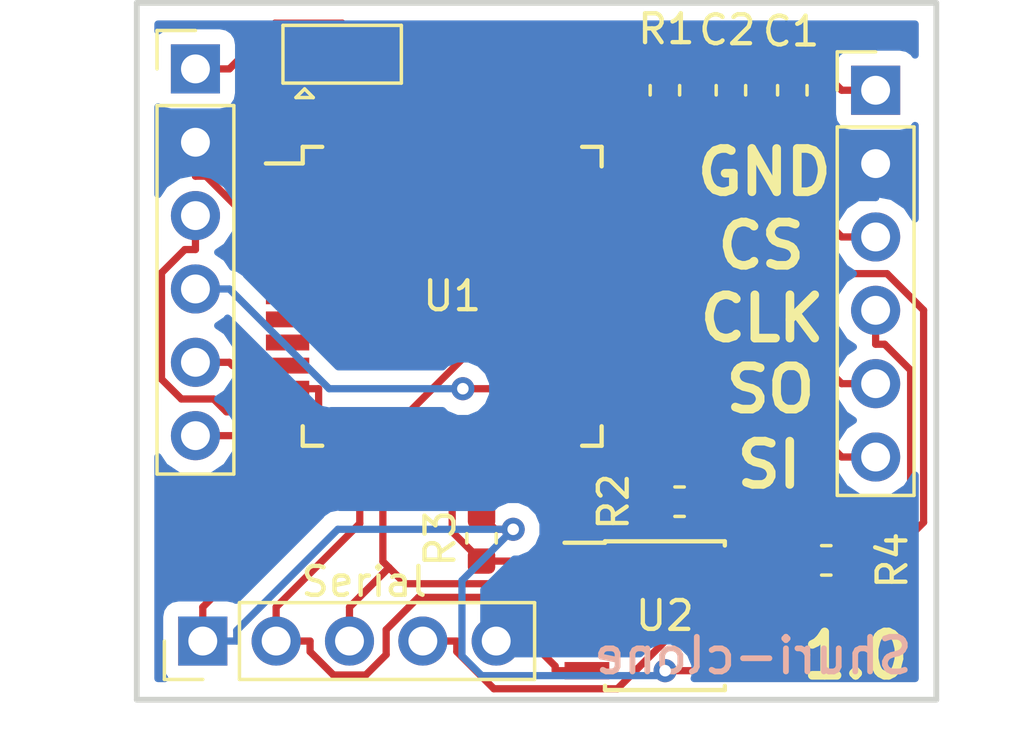
<source format=kicad_pcb>
(kicad_pcb (version 20171130) (host pcbnew "(5.0.2)-1")

  (general
    (thickness 1.6)
    (drawings 11)
    (tracks 167)
    (zones 0)
    (modules 12)
    (nets 17)
  )

  (page A4)
  (layers
    (0 F.Cu signal)
    (31 B.Cu signal)
    (32 B.Adhes user)
    (33 F.Adhes user)
    (34 B.Paste user)
    (35 F.Paste user)
    (36 B.SilkS user)
    (37 F.SilkS user)
    (38 B.Mask user)
    (39 F.Mask user)
    (40 Dwgs.User user)
    (41 Cmts.User user)
    (42 Eco1.User user)
    (43 Eco2.User user)
    (44 Edge.Cuts user)
    (45 Margin user)
    (46 B.CrtYd user)
    (47 F.CrtYd user)
    (48 B.Fab user)
    (49 F.Fab user)
  )

  (setup
    (last_trace_width 0.25)
    (trace_clearance 0.2)
    (zone_clearance 0.508)
    (zone_45_only no)
    (trace_min 0.2)
    (segment_width 0.2)
    (edge_width 0.15)
    (via_size 0.8)
    (via_drill 0.4)
    (via_min_size 0.4)
    (via_min_drill 0.3)
    (uvia_size 0.3)
    (uvia_drill 0.1)
    (uvias_allowed no)
    (uvia_min_size 0.2)
    (uvia_min_drill 0.1)
    (pcb_text_width 0.3)
    (pcb_text_size 1.5 1.5)
    (mod_edge_width 0.15)
    (mod_text_size 1 1)
    (mod_text_width 0.15)
    (pad_size 1.524 1.524)
    (pad_drill 0.762)
    (pad_to_mask_clearance 0.051)
    (solder_mask_min_width 0.25)
    (aux_axis_origin 0 0)
    (visible_elements FFFFFF7F)
    (pcbplotparams
      (layerselection 0x010fc_ffffffff)
      (usegerberextensions false)
      (usegerberattributes false)
      (usegerberadvancedattributes false)
      (creategerberjobfile false)
      (excludeedgelayer true)
      (linewidth 0.100000)
      (plotframeref false)
      (viasonmask false)
      (mode 1)
      (useauxorigin false)
      (hpglpennumber 1)
      (hpglpenspeed 20)
      (hpglpendiameter 15.000000)
      (psnegative false)
      (psa4output false)
      (plotreference true)
      (plotvalue true)
      (plotinvisibletext false)
      (padsonsilk false)
      (subtractmaskfromsilk false)
      (outputformat 1)
      (mirror false)
      (drillshape 1)
      (scaleselection 1)
      (outputdirectory ""))
  )

  (net 0 "")
  (net 1 /3.3V)
  (net 2 GND)
  (net 3 "Net-(GC1-Pad3)")
  (net 4 "Net-(GC1-Pad4)")
  (net 5 "Net-(GC1-Pad5)")
  (net 6 "Net-(GC1-Pad6)")
  (net 7 "Net-(JP1-Pad1)")
  (net 8 "Net-(Prog1-Pad6)")
  (net 9 "Net-(Prog1-Pad5)")
  (net 10 "Net-(Prog1-Pad4)")
  (net 11 "Net-(Prog1-Pad3)")
  (net 12 "Net-(R2-Pad2)")
  (net 13 "Net-(R3-Pad2)")
  (net 14 "Net-(R4-Pad2)")
  (net 15 "Net-(Serial1-Pad2)")
  (net 16 "Net-(JP1-Pad2)")

  (net_class Default "This is the default net class."
    (clearance 0.2)
    (trace_width 0.25)
    (via_dia 0.8)
    (via_drill 0.4)
    (uvia_dia 0.3)
    (uvia_drill 0.1)
    (add_net /3.3V)
    (add_net GND)
    (add_net "Net-(GC1-Pad3)")
    (add_net "Net-(GC1-Pad4)")
    (add_net "Net-(GC1-Pad5)")
    (add_net "Net-(GC1-Pad6)")
    (add_net "Net-(JP1-Pad1)")
    (add_net "Net-(JP1-Pad2)")
    (add_net "Net-(Prog1-Pad3)")
    (add_net "Net-(Prog1-Pad4)")
    (add_net "Net-(Prog1-Pad5)")
    (add_net "Net-(Prog1-Pad6)")
    (add_net "Net-(R2-Pad2)")
    (add_net "Net-(R3-Pad2)")
    (add_net "Net-(R4-Pad2)")
    (add_net "Net-(Serial1-Pad2)")
  )

  (module Capacitor_SMD:C_0603_1608Metric (layer F.Cu) (tedit 5B301BBE) (tstamp 5CE773D6)
    (at 164.686 94.9731 270)
    (descr "Capacitor SMD 0603 (1608 Metric), square (rectangular) end terminal, IPC_7351 nominal, (Body size source: http://www.tortai-tech.com/upload/download/2011102023233369053.pdf), generated with kicad-footprint-generator")
    (tags capacitor)
    (path /5CDB1328)
    (attr smd)
    (fp_text reference C1 (at -2.03962 0.04318) (layer F.SilkS)
      (effects (font (size 1 1) (thickness 0.15)))
    )
    (fp_text value 0.1uF (at 0 1.43 270) (layer F.Fab)
      (effects (font (size 1 1) (thickness 0.15)))
    )
    (fp_line (start -0.8 0.4) (end -0.8 -0.4) (layer F.Fab) (width 0.1))
    (fp_line (start -0.8 -0.4) (end 0.8 -0.4) (layer F.Fab) (width 0.1))
    (fp_line (start 0.8 -0.4) (end 0.8 0.4) (layer F.Fab) (width 0.1))
    (fp_line (start 0.8 0.4) (end -0.8 0.4) (layer F.Fab) (width 0.1))
    (fp_line (start -0.162779 -0.51) (end 0.162779 -0.51) (layer F.SilkS) (width 0.12))
    (fp_line (start -0.162779 0.51) (end 0.162779 0.51) (layer F.SilkS) (width 0.12))
    (fp_line (start -1.48 0.73) (end -1.48 -0.73) (layer F.CrtYd) (width 0.05))
    (fp_line (start -1.48 -0.73) (end 1.48 -0.73) (layer F.CrtYd) (width 0.05))
    (fp_line (start 1.48 -0.73) (end 1.48 0.73) (layer F.CrtYd) (width 0.05))
    (fp_line (start 1.48 0.73) (end -1.48 0.73) (layer F.CrtYd) (width 0.05))
    (fp_text user %R (at -0.00762 0.01016 270) (layer F.Fab)
      (effects (font (size 0.4 0.4) (thickness 0.06)))
    )
    (pad 1 smd roundrect (at -0.7875 0 270) (size 0.875 0.95) (layers F.Cu F.Paste F.Mask) (roundrect_rratio 0.25)
      (net 1 /3.3V))
    (pad 2 smd roundrect (at 0.7875 0 270) (size 0.875 0.95) (layers F.Cu F.Paste F.Mask) (roundrect_rratio 0.25)
      (net 2 GND))
    (model ${KISYS3DMOD}/Capacitor_SMD.3dshapes/C_0603_1608Metric.wrl
      (at (xyz 0 0 0))
      (scale (xyz 1 1 1))
      (rotate (xyz 0 0 0))
    )
  )

  (module Capacitor_SMD:C_0603_1608Metric (layer F.Cu) (tedit 5B301BBE) (tstamp 5CE773E7)
    (at 162.56 94.9731 270)
    (descr "Capacitor SMD 0603 (1608 Metric), square (rectangular) end terminal, IPC_7351 nominal, (Body size source: http://www.tortai-tech.com/upload/download/2011102023233369053.pdf), generated with kicad-footprint-generator")
    (tags capacitor)
    (path /5CDB1417)
    (attr smd)
    (fp_text reference C2 (at -2.08534 0.12446) (layer F.SilkS)
      (effects (font (size 1 1) (thickness 0.15)))
    )
    (fp_text value 1uF (at 0 1.43 270) (layer F.Fab)
      (effects (font (size 1 1) (thickness 0.15)))
    )
    (fp_text user %R (at 0 0 270) (layer F.Fab)
      (effects (font (size 0.4 0.4) (thickness 0.06)))
    )
    (fp_line (start 1.48 0.73) (end -1.48 0.73) (layer F.CrtYd) (width 0.05))
    (fp_line (start 1.48 -0.73) (end 1.48 0.73) (layer F.CrtYd) (width 0.05))
    (fp_line (start -1.48 -0.73) (end 1.48 -0.73) (layer F.CrtYd) (width 0.05))
    (fp_line (start -1.48 0.73) (end -1.48 -0.73) (layer F.CrtYd) (width 0.05))
    (fp_line (start -0.162779 0.51) (end 0.162779 0.51) (layer F.SilkS) (width 0.12))
    (fp_line (start -0.162779 -0.51) (end 0.162779 -0.51) (layer F.SilkS) (width 0.12))
    (fp_line (start 0.8 0.4) (end -0.8 0.4) (layer F.Fab) (width 0.1))
    (fp_line (start 0.8 -0.4) (end 0.8 0.4) (layer F.Fab) (width 0.1))
    (fp_line (start -0.8 -0.4) (end 0.8 -0.4) (layer F.Fab) (width 0.1))
    (fp_line (start -0.8 0.4) (end -0.8 -0.4) (layer F.Fab) (width 0.1))
    (pad 2 smd roundrect (at 0.7875 0 270) (size 0.875 0.95) (layers F.Cu F.Paste F.Mask) (roundrect_rratio 0.25)
      (net 2 GND))
    (pad 1 smd roundrect (at -0.7875 0 270) (size 0.875 0.95) (layers F.Cu F.Paste F.Mask) (roundrect_rratio 0.25)
      (net 1 /3.3V))
    (model ${KISYS3DMOD}/Capacitor_SMD.3dshapes/C_0603_1608Metric.wrl
      (at (xyz 0 0 0))
      (scale (xyz 1 1 1))
      (rotate (xyz 0 0 0))
    )
  )

  (module Connector_PinHeader_2.54mm:PinHeader_1x06_P2.54mm_Vertical (layer F.Cu) (tedit 5CDAE4DB) (tstamp 5CE77401)
    (at 167.571 94.9731)
    (descr "Through hole straight pin header, 1x06, 2.54mm pitch, single row")
    (tags "Through hole pin header THT 1x06 2.54mm single row")
    (path /5CDAF629)
    (fp_text reference GC1 (at 0 -2.2479 180) (layer F.SilkS) hide
      (effects (font (size 1 1) (thickness 0.15)))
    )
    (fp_text value "6 Pin Header" (at 0 15.03) (layer F.Fab)
      (effects (font (size 1 1) (thickness 0.15)))
    )
    (fp_line (start -0.635 -1.27) (end 1.27 -1.27) (layer F.Fab) (width 0.1))
    (fp_line (start 1.27 -1.27) (end 1.27 13.97) (layer F.Fab) (width 0.1))
    (fp_line (start 1.27 13.97) (end -1.27 13.97) (layer F.Fab) (width 0.1))
    (fp_line (start -1.27 13.97) (end -1.27 -0.635) (layer F.Fab) (width 0.1))
    (fp_line (start -1.27 -0.635) (end -0.635 -1.27) (layer F.Fab) (width 0.1))
    (fp_line (start -1.33 14.03) (end 1.33 14.03) (layer F.SilkS) (width 0.12))
    (fp_line (start -1.33 1.27) (end -1.33 14.03) (layer F.SilkS) (width 0.12))
    (fp_line (start 1.33 1.27) (end 1.33 14.03) (layer F.SilkS) (width 0.12))
    (fp_line (start -1.33 1.27) (end 1.33 1.27) (layer F.SilkS) (width 0.12))
    (fp_line (start -1.33 0) (end -1.33 -1.33) (layer F.SilkS) (width 0.12))
    (fp_line (start -1.33 -1.33) (end 0 -1.33) (layer F.SilkS) (width 0.12))
    (fp_line (start -1.8 -1.8) (end -1.8 14.5) (layer F.CrtYd) (width 0.05))
    (fp_line (start -1.8 14.5) (end 1.8 14.5) (layer F.CrtYd) (width 0.05))
    (fp_line (start 1.8 14.5) (end 1.8 -1.8) (layer F.CrtYd) (width 0.05))
    (fp_line (start 1.8 -1.8) (end -1.8 -1.8) (layer F.CrtYd) (width 0.05))
    (fp_text user %R (at 0 6.35 90) (layer F.Fab)
      (effects (font (size 1 1) (thickness 0.15)))
    )
    (pad 1 thru_hole rect (at 0 0) (size 1.7 1.7) (drill 1) (layers *.Cu *.Mask)
      (net 1 /3.3V))
    (pad 2 thru_hole oval (at 0 2.54) (size 1.7 1.7) (drill 1) (layers *.Cu *.Mask)
      (net 2 GND))
    (pad 3 thru_hole oval (at 0 5.08) (size 1.7 1.7) (drill 1) (layers *.Cu *.Mask)
      (net 3 "Net-(GC1-Pad3)"))
    (pad 4 thru_hole oval (at 0 7.62) (size 1.7 1.7) (drill 1) (layers *.Cu *.Mask)
      (net 4 "Net-(GC1-Pad4)"))
    (pad 5 thru_hole oval (at 0 10.16) (size 1.7 1.7) (drill 1) (layers *.Cu *.Mask)
      (net 5 "Net-(GC1-Pad5)"))
    (pad 6 thru_hole oval (at 0 12.7) (size 1.7 1.7) (drill 1) (layers *.Cu *.Mask)
      (net 6 "Net-(GC1-Pad6)"))
    (model ${KISYS3DMOD}/Connector_PinHeader_2.54mm.3dshapes/PinHeader_1x06_P2.54mm_Vertical.wrl
      (at (xyz 0 0 0))
      (scale (xyz 1 1 1))
      (rotate (xyz 0 0 0))
    )
  )

  (module Connector_PinHeader_2.54mm:PinHeader_1x06_P2.54mm_Vertical (layer F.Cu) (tedit 5CDAE4D6) (tstamp 5CE7742D)
    (at 144.018 94.234)
    (descr "Through hole straight pin header, 1x06, 2.54mm pitch, single row")
    (tags "Through hole pin header THT 1x06 2.54mm single row")
    (path /5CDAF74D)
    (fp_text reference Prog1 (at 0 -2.33) (layer F.SilkS) hide
      (effects (font (size 1 1) (thickness 0.15)))
    )
    (fp_text value Conn_01x06_Male (at 0 15.03) (layer F.Fab)
      (effects (font (size 1 1) (thickness 0.15)))
    )
    (fp_text user %R (at 0 6.35 90) (layer F.Fab)
      (effects (font (size 1 1) (thickness 0.15)))
    )
    (fp_line (start 1.8 -1.8) (end -1.8 -1.8) (layer F.CrtYd) (width 0.05))
    (fp_line (start 1.8 14.5) (end 1.8 -1.8) (layer F.CrtYd) (width 0.05))
    (fp_line (start -1.8 14.5) (end 1.8 14.5) (layer F.CrtYd) (width 0.05))
    (fp_line (start -1.8 -1.8) (end -1.8 14.5) (layer F.CrtYd) (width 0.05))
    (fp_line (start -1.33 -1.33) (end 0 -1.33) (layer F.SilkS) (width 0.12))
    (fp_line (start -1.33 0) (end -1.33 -1.33) (layer F.SilkS) (width 0.12))
    (fp_line (start -1.33 1.27) (end 1.33 1.27) (layer F.SilkS) (width 0.12))
    (fp_line (start 1.33 1.27) (end 1.33 14.03) (layer F.SilkS) (width 0.12))
    (fp_line (start -1.33 1.27) (end -1.33 14.03) (layer F.SilkS) (width 0.12))
    (fp_line (start -1.33 14.03) (end 1.33 14.03) (layer F.SilkS) (width 0.12))
    (fp_line (start -1.27 -0.635) (end -0.635 -1.27) (layer F.Fab) (width 0.1))
    (fp_line (start -1.27 13.97) (end -1.27 -0.635) (layer F.Fab) (width 0.1))
    (fp_line (start 1.27 13.97) (end -1.27 13.97) (layer F.Fab) (width 0.1))
    (fp_line (start 1.27 -1.27) (end 1.27 13.97) (layer F.Fab) (width 0.1))
    (fp_line (start -0.635 -1.27) (end 1.27 -1.27) (layer F.Fab) (width 0.1))
    (pad 6 thru_hole oval (at 0 12.7) (size 1.7 1.7) (drill 1) (layers *.Cu *.Mask)
      (net 8 "Net-(Prog1-Pad6)"))
    (pad 5 thru_hole oval (at 0 10.16) (size 1.7 1.7) (drill 1) (layers *.Cu *.Mask)
      (net 9 "Net-(Prog1-Pad5)"))
    (pad 4 thru_hole oval (at 0 7.62) (size 1.7 1.7) (drill 1) (layers *.Cu *.Mask)
      (net 10 "Net-(Prog1-Pad4)"))
    (pad 3 thru_hole oval (at 0 5.08) (size 1.7 1.7) (drill 1) (layers *.Cu *.Mask)
      (net 11 "Net-(Prog1-Pad3)"))
    (pad 2 thru_hole oval (at 0 2.54) (size 1.7 1.7) (drill 1) (layers *.Cu *.Mask)
      (net 2 GND))
    (pad 1 thru_hole rect (at 0 0) (size 1.7 1.7) (drill 1) (layers *.Cu *.Mask)
      (net 16 "Net-(JP1-Pad2)"))
    (model ${KISYS3DMOD}/Connector_PinHeader_2.54mm.3dshapes/PinHeader_1x06_P2.54mm_Vertical.wrl
      (at (xyz 0 0 0))
      (scale (xyz 1 1 1))
      (rotate (xyz 0 0 0))
    )
  )

  (module Resistor_SMD:R_0603_1608Metric (layer F.Cu) (tedit 5B301BBD) (tstamp 5CE7743E)
    (at 160.274 94.9731 270)
    (descr "Resistor SMD 0603 (1608 Metric), square (rectangular) end terminal, IPC_7351 nominal, (Body size source: http://www.tortai-tech.com/upload/download/2011102023233369053.pdf), generated with kicad-footprint-generator")
    (tags resistor)
    (path /5CDB1267)
    (attr smd)
    (fp_text reference R1 (at -2.1209 -0.0508) (layer F.SilkS)
      (effects (font (size 1 1) (thickness 0.15)))
    )
    (fp_text value 10K (at 0 1.43 270) (layer F.Fab)
      (effects (font (size 1 1) (thickness 0.15)))
    )
    (fp_line (start -0.8 0.4) (end -0.8 -0.4) (layer F.Fab) (width 0.1))
    (fp_line (start -0.8 -0.4) (end 0.8 -0.4) (layer F.Fab) (width 0.1))
    (fp_line (start 0.8 -0.4) (end 0.8 0.4) (layer F.Fab) (width 0.1))
    (fp_line (start 0.8 0.4) (end -0.8 0.4) (layer F.Fab) (width 0.1))
    (fp_line (start -0.162779 -0.51) (end 0.162779 -0.51) (layer F.SilkS) (width 0.12))
    (fp_line (start -0.162779 0.51) (end 0.162779 0.51) (layer F.SilkS) (width 0.12))
    (fp_line (start -1.48 0.73) (end -1.48 -0.73) (layer F.CrtYd) (width 0.05))
    (fp_line (start -1.48 -0.73) (end 1.48 -0.73) (layer F.CrtYd) (width 0.05))
    (fp_line (start 1.48 -0.73) (end 1.48 0.73) (layer F.CrtYd) (width 0.05))
    (fp_line (start 1.48 0.73) (end -1.48 0.73) (layer F.CrtYd) (width 0.05))
    (fp_text user %R (at 0 0 270) (layer F.Fab)
      (effects (font (size 0.4 0.4) (thickness 0.06)))
    )
    (pad 1 smd roundrect (at -0.7875 0 270) (size 0.875 0.95) (layers F.Cu F.Paste F.Mask) (roundrect_rratio 0.25)
      (net 1 /3.3V))
    (pad 2 smd roundrect (at 0.7875 0 270) (size 0.875 0.95) (layers F.Cu F.Paste F.Mask) (roundrect_rratio 0.25)
      (net 3 "Net-(GC1-Pad3)"))
    (model ${KISYS3DMOD}/Resistor_SMD.3dshapes/R_0603_1608Metric.wrl
      (at (xyz 0 0 0))
      (scale (xyz 1 1 1))
      (rotate (xyz 0 0 0))
    )
  )

  (module Resistor_SMD:R_0603_1608Metric (layer F.Cu) (tedit 5B301BBD) (tstamp 5CE7744F)
    (at 160.782 109.22 180)
    (descr "Resistor SMD 0603 (1608 Metric), square (rectangular) end terminal, IPC_7351 nominal, (Body size source: http://www.tortai-tech.com/upload/download/2011102023233369053.pdf), generated with kicad-footprint-generator")
    (tags resistor)
    (path /5CDB2B57)
    (attr smd)
    (fp_text reference R2 (at 2.286 0 270) (layer F.SilkS)
      (effects (font (size 1 1) (thickness 0.15)))
    )
    (fp_text value 10K (at 0 1.43 180) (layer F.Fab)
      (effects (font (size 1 1) (thickness 0.15)))
    )
    (fp_text user %R (at 0 0 180) (layer F.Fab)
      (effects (font (size 0.4 0.4) (thickness 0.06)))
    )
    (fp_line (start 1.48 0.73) (end -1.48 0.73) (layer F.CrtYd) (width 0.05))
    (fp_line (start 1.48 -0.73) (end 1.48 0.73) (layer F.CrtYd) (width 0.05))
    (fp_line (start -1.48 -0.73) (end 1.48 -0.73) (layer F.CrtYd) (width 0.05))
    (fp_line (start -1.48 0.73) (end -1.48 -0.73) (layer F.CrtYd) (width 0.05))
    (fp_line (start -0.162779 0.51) (end 0.162779 0.51) (layer F.SilkS) (width 0.12))
    (fp_line (start -0.162779 -0.51) (end 0.162779 -0.51) (layer F.SilkS) (width 0.12))
    (fp_line (start 0.8 0.4) (end -0.8 0.4) (layer F.Fab) (width 0.1))
    (fp_line (start 0.8 -0.4) (end 0.8 0.4) (layer F.Fab) (width 0.1))
    (fp_line (start -0.8 -0.4) (end 0.8 -0.4) (layer F.Fab) (width 0.1))
    (fp_line (start -0.8 0.4) (end -0.8 -0.4) (layer F.Fab) (width 0.1))
    (pad 2 smd roundrect (at 0.7875 0 180) (size 0.875 0.95) (layers F.Cu F.Paste F.Mask) (roundrect_rratio 0.25)
      (net 12 "Net-(R2-Pad2)"))
    (pad 1 smd roundrect (at -0.7875 0 180) (size 0.875 0.95) (layers F.Cu F.Paste F.Mask) (roundrect_rratio 0.25)
      (net 1 /3.3V))
    (model ${KISYS3DMOD}/Resistor_SMD.3dshapes/R_0603_1608Metric.wrl
      (at (xyz 0 0 0))
      (scale (xyz 1 1 1))
      (rotate (xyz 0 0 0))
    )
  )

  (module Resistor_SMD:R_0603_1608Metric (layer F.Cu) (tedit 5B301BBD) (tstamp 5CE77460)
    (at 153.924 110.49 90)
    (descr "Resistor SMD 0603 (1608 Metric), square (rectangular) end terminal, IPC_7351 nominal, (Body size source: http://www.tortai-tech.com/upload/download/2011102023233369053.pdf), generated with kicad-footprint-generator")
    (tags resistor)
    (path /5CDBC1ED)
    (attr smd)
    (fp_text reference R3 (at 0 -1.43 90) (layer F.SilkS)
      (effects (font (size 1 1) (thickness 0.15)))
    )
    (fp_text value 10K (at 0 1.43 90) (layer F.Fab)
      (effects (font (size 1 1) (thickness 0.15)))
    )
    (fp_line (start -0.8 0.4) (end -0.8 -0.4) (layer F.Fab) (width 0.1))
    (fp_line (start -0.8 -0.4) (end 0.8 -0.4) (layer F.Fab) (width 0.1))
    (fp_line (start 0.8 -0.4) (end 0.8 0.4) (layer F.Fab) (width 0.1))
    (fp_line (start 0.8 0.4) (end -0.8 0.4) (layer F.Fab) (width 0.1))
    (fp_line (start -0.162779 -0.51) (end 0.162779 -0.51) (layer F.SilkS) (width 0.12))
    (fp_line (start -0.162779 0.51) (end 0.162779 0.51) (layer F.SilkS) (width 0.12))
    (fp_line (start -1.48 0.73) (end -1.48 -0.73) (layer F.CrtYd) (width 0.05))
    (fp_line (start -1.48 -0.73) (end 1.48 -0.73) (layer F.CrtYd) (width 0.05))
    (fp_line (start 1.48 -0.73) (end 1.48 0.73) (layer F.CrtYd) (width 0.05))
    (fp_line (start 1.48 0.73) (end -1.48 0.73) (layer F.CrtYd) (width 0.05))
    (fp_text user %R (at 0 0 90) (layer F.Fab)
      (effects (font (size 0.4 0.4) (thickness 0.06)))
    )
    (pad 1 smd roundrect (at -0.7875 0 90) (size 0.875 0.95) (layers F.Cu F.Paste F.Mask) (roundrect_rratio 0.25)
      (net 2 GND))
    (pad 2 smd roundrect (at 0.7875 0 90) (size 0.875 0.95) (layers F.Cu F.Paste F.Mask) (roundrect_rratio 0.25)
      (net 13 "Net-(R3-Pad2)"))
    (model ${KISYS3DMOD}/Resistor_SMD.3dshapes/R_0603_1608Metric.wrl
      (at (xyz 0 0 0))
      (scale (xyz 1 1 1))
      (rotate (xyz 0 0 0))
    )
  )

  (module Resistor_SMD:R_0603_1608Metric (layer F.Cu) (tedit 5B301BBD) (tstamp 5CE77471)
    (at 165.862 111.252 180)
    (descr "Resistor SMD 0603 (1608 Metric), square (rectangular) end terminal, IPC_7351 nominal, (Body size source: http://www.tortai-tech.com/upload/download/2011102023233369053.pdf), generated with kicad-footprint-generator")
    (tags resistor)
    (path /5CDCFB8C)
    (attr smd)
    (fp_text reference R4 (at -2.286 0 90) (layer F.SilkS)
      (effects (font (size 1 1) (thickness 0.15)))
    )
    (fp_text value 470 (at 0 1.43 180) (layer F.Fab)
      (effects (font (size 1 1) (thickness 0.15)))
    )
    (fp_text user %R (at 0 0 180) (layer F.Fab)
      (effects (font (size 0.4 0.4) (thickness 0.06)))
    )
    (fp_line (start 1.48 0.73) (end -1.48 0.73) (layer F.CrtYd) (width 0.05))
    (fp_line (start 1.48 -0.73) (end 1.48 0.73) (layer F.CrtYd) (width 0.05))
    (fp_line (start -1.48 -0.73) (end 1.48 -0.73) (layer F.CrtYd) (width 0.05))
    (fp_line (start -1.48 0.73) (end -1.48 -0.73) (layer F.CrtYd) (width 0.05))
    (fp_line (start -0.162779 0.51) (end 0.162779 0.51) (layer F.SilkS) (width 0.12))
    (fp_line (start -0.162779 -0.51) (end 0.162779 -0.51) (layer F.SilkS) (width 0.12))
    (fp_line (start 0.8 0.4) (end -0.8 0.4) (layer F.Fab) (width 0.1))
    (fp_line (start 0.8 -0.4) (end 0.8 0.4) (layer F.Fab) (width 0.1))
    (fp_line (start -0.8 -0.4) (end 0.8 -0.4) (layer F.Fab) (width 0.1))
    (fp_line (start -0.8 0.4) (end -0.8 -0.4) (layer F.Fab) (width 0.1))
    (pad 2 smd roundrect (at 0.7875 0 180) (size 0.875 0.95) (layers F.Cu F.Paste F.Mask) (roundrect_rratio 0.25)
      (net 14 "Net-(R4-Pad2)"))
    (pad 1 smd roundrect (at -0.7875 0 180) (size 0.875 0.95) (layers F.Cu F.Paste F.Mask) (roundrect_rratio 0.25)
      (net 4 "Net-(GC1-Pad4)"))
    (model ${KISYS3DMOD}/Resistor_SMD.3dshapes/R_0603_1608Metric.wrl
      (at (xyz 0 0 0))
      (scale (xyz 1 1 1))
      (rotate (xyz 0 0 0))
    )
  )

  (module Connector_PinHeader_2.54mm:PinHeader_1x05_P2.54mm_Vertical (layer F.Cu) (tedit 5CDAE5C7) (tstamp 5CE7748A)
    (at 144.272 114.046 90)
    (descr "Through hole straight pin header, 1x05, 2.54mm pitch, single row")
    (tags "Through hole pin header THT 1x05 2.54mm single row")
    (path /5CDAF86D)
    (fp_text reference Serial (at 2.0574 5.58546 180) (layer F.SilkS)
      (effects (font (size 1 1) (thickness 0.15)))
    )
    (fp_text value Conn_01x06_Male (at 0 12.49 90) (layer F.Fab) hide
      (effects (font (size 1 1) (thickness 0.15)))
    )
    (fp_line (start -0.635 -1.27) (end 1.27 -1.27) (layer F.Fab) (width 0.1))
    (fp_line (start 1.27 -1.27) (end 1.27 11.43) (layer F.Fab) (width 0.1))
    (fp_line (start 1.27 11.43) (end -1.27 11.43) (layer F.Fab) (width 0.1))
    (fp_line (start -1.27 11.43) (end -1.27 -0.635) (layer F.Fab) (width 0.1))
    (fp_line (start -1.27 -0.635) (end -0.635 -1.27) (layer F.Fab) (width 0.1))
    (fp_line (start -1.33 11.49) (end 1.33 11.49) (layer F.SilkS) (width 0.12))
    (fp_line (start -1.33 1.27) (end -1.33 11.49) (layer F.SilkS) (width 0.12))
    (fp_line (start 1.33 1.27) (end 1.33 11.49) (layer F.SilkS) (width 0.12))
    (fp_line (start -1.33 1.27) (end 1.33 1.27) (layer F.SilkS) (width 0.12))
    (fp_line (start -1.33 0) (end -1.33 -1.33) (layer F.SilkS) (width 0.12))
    (fp_line (start -1.33 -1.33) (end 0 -1.33) (layer F.SilkS) (width 0.12))
    (fp_line (start -1.8 -1.8) (end -1.8 11.95) (layer F.CrtYd) (width 0.05))
    (fp_line (start -1.8 11.95) (end 1.8 11.95) (layer F.CrtYd) (width 0.05))
    (fp_line (start 1.8 11.95) (end 1.8 -1.8) (layer F.CrtYd) (width 0.05))
    (fp_line (start 1.8 -1.8) (end -1.8 -1.8) (layer F.CrtYd) (width 0.05))
    (fp_text user %R (at 0 5.08 180) (layer F.Fab)
      (effects (font (size 1 1) (thickness 0.15)))
    )
    (pad 1 thru_hole rect (at 0 0 90) (size 1.7 1.7) (drill 1) (layers *.Cu *.Mask)
      (net 13 "Net-(R3-Pad2)"))
    (pad 2 thru_hole oval (at 0 2.54 90) (size 1.7 1.7) (drill 1) (layers *.Cu *.Mask)
      (net 15 "Net-(Serial1-Pad2)"))
    (pad 3 thru_hole oval (at 0 5.08 90) (size 1.7 1.7) (drill 1) (layers *.Cu *.Mask)
      (net 12 "Net-(R2-Pad2)"))
    (pad 4 thru_hole oval (at 0 7.62 90) (size 1.7 1.7) (drill 1) (layers *.Cu *.Mask)
      (net 14 "Net-(R4-Pad2)"))
    (pad 5 thru_hole oval (at 0 10.16 90) (size 1.7 1.7) (drill 1) (layers *.Cu *.Mask)
      (net 2 GND))
    (model ${KISYS3DMOD}/Connector_PinHeader_2.54mm.3dshapes/PinHeader_1x05_P2.54mm_Vertical.wrl
      (at (xyz 0 0 0))
      (scale (xyz 1 1 1))
      (rotate (xyz 0 0 0))
    )
  )

  (module Package_QFP:TQFP-44_10x10mm_P0.8mm (layer F.Cu) (tedit 5A02F146) (tstamp 5CE774CD)
    (at 152.908 102.108)
    (descr "44-Lead Plastic Thin Quad Flatpack (PT) - 10x10x1.0 mm Body [TQFP] (see Microchip Packaging Specification 00000049BS.pdf)")
    (tags "QFP 0.8")
    (path /5CDAEC14)
    (attr smd)
    (fp_text reference U1 (at 0 -0.009241) (layer F.SilkS)
      (effects (font (size 1 1) (thickness 0.15)))
    )
    (fp_text value XC9572XL-10VQG44C (at 0 7.45) (layer F.Fab)
      (effects (font (size 1 1) (thickness 0.15)))
    )
    (fp_text user %R (at 0 0) (layer F.Fab)
      (effects (font (size 1 1) (thickness 0.15)))
    )
    (fp_line (start -4 -5) (end 5 -5) (layer F.Fab) (width 0.15))
    (fp_line (start 5 -5) (end 5 5) (layer F.Fab) (width 0.15))
    (fp_line (start 5 5) (end -5 5) (layer F.Fab) (width 0.15))
    (fp_line (start -5 5) (end -5 -4) (layer F.Fab) (width 0.15))
    (fp_line (start -5 -4) (end -4 -5) (layer F.Fab) (width 0.15))
    (fp_line (start -6.7 -6.7) (end -6.7 6.7) (layer F.CrtYd) (width 0.05))
    (fp_line (start 6.7 -6.7) (end 6.7 6.7) (layer F.CrtYd) (width 0.05))
    (fp_line (start -6.7 -6.7) (end 6.7 -6.7) (layer F.CrtYd) (width 0.05))
    (fp_line (start -6.7 6.7) (end 6.7 6.7) (layer F.CrtYd) (width 0.05))
    (fp_line (start -5.175 -5.175) (end -5.175 -4.6) (layer F.SilkS) (width 0.15))
    (fp_line (start 5.175 -5.175) (end 5.175 -4.5) (layer F.SilkS) (width 0.15))
    (fp_line (start 5.175 5.175) (end 5.175 4.5) (layer F.SilkS) (width 0.15))
    (fp_line (start -5.175 5.175) (end -5.175 4.5) (layer F.SilkS) (width 0.15))
    (fp_line (start -5.175 -5.175) (end -4.5 -5.175) (layer F.SilkS) (width 0.15))
    (fp_line (start -5.175 5.175) (end -4.5 5.175) (layer F.SilkS) (width 0.15))
    (fp_line (start 5.175 5.175) (end 4.5 5.175) (layer F.SilkS) (width 0.15))
    (fp_line (start 5.175 -5.175) (end 4.5 -5.175) (layer F.SilkS) (width 0.15))
    (fp_line (start -5.175 -4.6) (end -6.45 -4.6) (layer F.SilkS) (width 0.15))
    (pad 1 smd rect (at -5.7 -4) (size 1.5 0.55) (layers F.Cu F.Paste F.Mask))
    (pad 2 smd rect (at -5.7 -3.2) (size 1.5 0.55) (layers F.Cu F.Paste F.Mask)
      (net 7 "Net-(JP1-Pad1)"))
    (pad 3 smd rect (at -5.7 -2.4) (size 1.5 0.55) (layers F.Cu F.Paste F.Mask))
    (pad 4 smd rect (at -5.7 -1.6) (size 1.5 0.55) (layers F.Cu F.Paste F.Mask)
      (net 2 GND))
    (pad 5 smd rect (at -5.7 -0.8) (size 1.5 0.55) (layers F.Cu F.Paste F.Mask))
    (pad 6 smd rect (at -5.7 0) (size 1.5 0.55) (layers F.Cu F.Paste F.Mask))
    (pad 7 smd rect (at -5.7 0.8) (size 1.5 0.55) (layers F.Cu F.Paste F.Mask))
    (pad 8 smd rect (at -5.7 1.6) (size 1.5 0.55) (layers F.Cu F.Paste F.Mask))
    (pad 9 smd rect (at -5.7 2.4) (size 1.5 0.55) (layers F.Cu F.Paste F.Mask)
      (net 9 "Net-(Prog1-Pad5)"))
    (pad 10 smd rect (at -5.7 3.2) (size 1.5 0.55) (layers F.Cu F.Paste F.Mask)
      (net 8 "Net-(Prog1-Pad6)"))
    (pad 11 smd rect (at -5.7 4) (size 1.5 0.55) (layers F.Cu F.Paste F.Mask)
      (net 11 "Net-(Prog1-Pad3)"))
    (pad 12 smd rect (at -4 5.7 90) (size 1.5 0.55) (layers F.Cu F.Paste F.Mask)
      (net 13 "Net-(R3-Pad2)"))
    (pad 13 smd rect (at -3.2 5.7 90) (size 1.5 0.55) (layers F.Cu F.Paste F.Mask)
      (net 15 "Net-(Serial1-Pad2)"))
    (pad 14 smd rect (at -2.4 5.7 90) (size 1.5 0.55) (layers F.Cu F.Paste F.Mask)
      (net 12 "Net-(R2-Pad2)"))
    (pad 15 smd rect (at -1.6 5.7 90) (size 1.5 0.55) (layers F.Cu F.Paste F.Mask)
      (net 1 /3.3V))
    (pad 16 smd rect (at -0.8 5.7 90) (size 1.5 0.55) (layers F.Cu F.Paste F.Mask))
    (pad 17 smd rect (at 0 5.7 90) (size 1.5 0.55) (layers F.Cu F.Paste F.Mask)
      (net 2 GND))
    (pad 18 smd rect (at 0.8 5.7 90) (size 1.5 0.55) (layers F.Cu F.Paste F.Mask))
    (pad 19 smd rect (at 1.6 5.7 90) (size 1.5 0.55) (layers F.Cu F.Paste F.Mask))
    (pad 20 smd rect (at 2.4 5.7 90) (size 1.5 0.55) (layers F.Cu F.Paste F.Mask))
    (pad 21 smd rect (at 3.2 5.7 90) (size 1.5 0.55) (layers F.Cu F.Paste F.Mask))
    (pad 22 smd rect (at 4 5.7 90) (size 1.5 0.55) (layers F.Cu F.Paste F.Mask))
    (pad 23 smd rect (at 5.7 4) (size 1.5 0.55) (layers F.Cu F.Paste F.Mask))
    (pad 24 smd rect (at 5.7 3.2) (size 1.5 0.55) (layers F.Cu F.Paste F.Mask)
      (net 10 "Net-(Prog1-Pad4)"))
    (pad 25 smd rect (at 5.7 2.4) (size 1.5 0.55) (layers F.Cu F.Paste F.Mask)
      (net 2 GND))
    (pad 26 smd rect (at 5.7 1.6) (size 1.5 0.55) (layers F.Cu F.Paste F.Mask)
      (net 1 /3.3V))
    (pad 27 smd rect (at 5.7 0.8) (size 1.5 0.55) (layers F.Cu F.Paste F.Mask))
    (pad 28 smd rect (at 5.7 0) (size 1.5 0.55) (layers F.Cu F.Paste F.Mask))
    (pad 29 smd rect (at 5.7 -0.8) (size 1.5 0.55) (layers F.Cu F.Paste F.Mask)
      (net 6 "Net-(GC1-Pad6)"))
    (pad 30 smd rect (at 5.7 -1.6) (size 1.5 0.55) (layers F.Cu F.Paste F.Mask)
      (net 5 "Net-(GC1-Pad5)"))
    (pad 31 smd rect (at 5.7 -2.4) (size 1.5 0.55) (layers F.Cu F.Paste F.Mask)
      (net 14 "Net-(R4-Pad2)"))
    (pad 32 smd rect (at 5.7 -3.2) (size 1.5 0.55) (layers F.Cu F.Paste F.Mask)
      (net 3 "Net-(GC1-Pad3)"))
    (pad 33 smd rect (at 5.7 -4) (size 1.5 0.55) (layers F.Cu F.Paste F.Mask))
    (pad 34 smd rect (at 4 -5.7 90) (size 1.5 0.55) (layers F.Cu F.Paste F.Mask))
    (pad 35 smd rect (at 3.2 -5.7 90) (size 1.5 0.55) (layers F.Cu F.Paste F.Mask)
      (net 1 /3.3V))
    (pad 36 smd rect (at 2.4 -5.7 90) (size 1.5 0.55) (layers F.Cu F.Paste F.Mask))
    (pad 37 smd rect (at 1.6 -5.7 90) (size 1.5 0.55) (layers F.Cu F.Paste F.Mask))
    (pad 38 smd rect (at 0.8 -5.7 90) (size 1.5 0.55) (layers F.Cu F.Paste F.Mask))
    (pad 39 smd rect (at 0 -5.7 90) (size 1.5 0.55) (layers F.Cu F.Paste F.Mask))
    (pad 40 smd rect (at -0.8 -5.7 90) (size 1.5 0.55) (layers F.Cu F.Paste F.Mask))
    (pad 41 smd rect (at -1.6 -5.7 90) (size 1.5 0.55) (layers F.Cu F.Paste F.Mask))
    (pad 42 smd rect (at -2.4 -5.7 90) (size 1.5 0.55) (layers F.Cu F.Paste F.Mask))
    (pad 43 smd rect (at -3.2 -5.7 90) (size 1.5 0.55) (layers F.Cu F.Paste F.Mask))
    (pad 44 smd rect (at -4 -5.7 90) (size 1.5 0.55) (layers F.Cu F.Paste F.Mask))
    (model ${KISYS3DMOD}/Package_QFP.3dshapes/TQFP-44_10x10mm_P0.8mm.wrl
      (at (xyz 0 0 0))
      (scale (xyz 1 1 1))
      (rotate (xyz 0 0 0))
    )
  )

  (module Package_SO:SOIC-8_3.9x4.9mm_P1.27mm (layer F.Cu) (tedit 5A02F2D3) (tstamp 5CE774EA)
    (at 160.274 113.167)
    (descr "8-Lead Plastic Small Outline (SN) - Narrow, 3.90 mm Body [SOIC] (see Microchip Packaging Specification http://ww1.microchip.com/downloads/en/PackagingSpec/00000049BQ.pdf)")
    (tags "SOIC 1.27")
    (path /5CDAF379)
    (attr smd)
    (fp_text reference U2 (at -0.00254 0.00254) (layer F.SilkS)
      (effects (font (size 1 1) (thickness 0.15)))
    )
    (fp_text value M25P40-VMN3TPB (at 0 3.5) (layer F.Fab)
      (effects (font (size 1 1) (thickness 0.15)))
    )
    (fp_text user %R (at 0 0) (layer F.Fab)
      (effects (font (size 1 1) (thickness 0.15)))
    )
    (fp_line (start -0.95 -2.45) (end 1.95 -2.45) (layer F.Fab) (width 0.1))
    (fp_line (start 1.95 -2.45) (end 1.95 2.45) (layer F.Fab) (width 0.1))
    (fp_line (start 1.95 2.45) (end -1.95 2.45) (layer F.Fab) (width 0.1))
    (fp_line (start -1.95 2.45) (end -1.95 -1.45) (layer F.Fab) (width 0.1))
    (fp_line (start -1.95 -1.45) (end -0.95 -2.45) (layer F.Fab) (width 0.1))
    (fp_line (start -3.73 -2.7) (end -3.73 2.7) (layer F.CrtYd) (width 0.05))
    (fp_line (start 3.73 -2.7) (end 3.73 2.7) (layer F.CrtYd) (width 0.05))
    (fp_line (start -3.73 -2.7) (end 3.73 -2.7) (layer F.CrtYd) (width 0.05))
    (fp_line (start -3.73 2.7) (end 3.73 2.7) (layer F.CrtYd) (width 0.05))
    (fp_line (start -2.075 -2.575) (end -2.075 -2.525) (layer F.SilkS) (width 0.15))
    (fp_line (start 2.075 -2.575) (end 2.075 -2.43) (layer F.SilkS) (width 0.15))
    (fp_line (start 2.075 2.575) (end 2.075 2.43) (layer F.SilkS) (width 0.15))
    (fp_line (start -2.075 2.575) (end -2.075 2.43) (layer F.SilkS) (width 0.15))
    (fp_line (start -2.075 -2.575) (end 2.075 -2.575) (layer F.SilkS) (width 0.15))
    (fp_line (start -2.075 2.575) (end 2.075 2.575) (layer F.SilkS) (width 0.15))
    (fp_line (start -2.075 -2.525) (end -3.475 -2.525) (layer F.SilkS) (width 0.15))
    (pad 1 smd rect (at -2.7 -1.905) (size 1.55 0.6) (layers F.Cu F.Paste F.Mask)
      (net 12 "Net-(R2-Pad2)"))
    (pad 2 smd rect (at -2.7 -0.635) (size 1.55 0.6) (layers F.Cu F.Paste F.Mask)
      (net 15 "Net-(Serial1-Pad2)"))
    (pad 3 smd rect (at -2.7 0.635) (size 1.55 0.6) (layers F.Cu F.Paste F.Mask)
      (net 1 /3.3V))
    (pad 4 smd rect (at -2.7 1.905) (size 1.55 0.6) (layers F.Cu F.Paste F.Mask)
      (net 2 GND))
    (pad 5 smd rect (at 2.7 1.905) (size 1.55 0.6) (layers F.Cu F.Paste F.Mask)
      (net 13 "Net-(R3-Pad2)"))
    (pad 6 smd rect (at 2.7 0.635) (size 1.55 0.6) (layers F.Cu F.Paste F.Mask)
      (net 14 "Net-(R4-Pad2)"))
    (pad 7 smd rect (at 2.7 -0.635) (size 1.55 0.6) (layers F.Cu F.Paste F.Mask)
      (net 1 /3.3V))
    (pad 8 smd rect (at 2.7 -1.905) (size 1.55 0.6) (layers F.Cu F.Paste F.Mask)
      (net 1 /3.3V))
    (model ${KISYS3DMOD}/Package_SO.3dshapes/SOIC-8_3.9x4.9mm_P1.27mm.wrl
      (at (xyz 0 0 0))
      (scale (xyz 1 1 1))
      (rotate (xyz 0 0 0))
    )
  )

  (module Jumper:SolderJumper-3_P1.3mm_Open_Pad1.0x1.5mm (layer F.Cu) (tedit 5CDAE75D) (tstamp 5CE78FB3)
    (at 149.098 93.726)
    (descr "SMD Solder 3-pad Jumper, 1x1.5mm Pads, 0.3mm gap, open")
    (tags "solder jumper open")
    (path /5CDE9459)
    (attr virtual)
    (fp_text reference JP1 (at 3.81 0) (layer F.SilkS) hide
      (effects (font (size 1 1) (thickness 0.15)))
    )
    (fp_text value Jumper_NC_Dual (at 0 2) (layer F.Fab)
      (effects (font (size 1 1) (thickness 0.15)))
    )
    (fp_line (start -1.3 1.2) (end -1 1.5) (layer F.SilkS) (width 0.12))
    (fp_line (start -1.6 1.5) (end -1 1.5) (layer F.SilkS) (width 0.12))
    (fp_line (start -1.3 1.2) (end -1.6 1.5) (layer F.SilkS) (width 0.12))
    (fp_line (start -2.05 1) (end -2.05 -1) (layer F.SilkS) (width 0.12))
    (fp_line (start 2.05 1) (end -2.05 1) (layer F.SilkS) (width 0.12))
    (fp_line (start 2.05 -1) (end 2.05 1) (layer F.SilkS) (width 0.12))
    (fp_line (start -2.05 -1) (end 2.05 -1) (layer F.SilkS) (width 0.12))
    (fp_line (start -2.3 -1.25) (end 2.3 -1.25) (layer F.CrtYd) (width 0.05))
    (fp_line (start -2.3 -1.25) (end -2.3 1.25) (layer F.CrtYd) (width 0.05))
    (fp_line (start 2.3 1.25) (end 2.3 -1.25) (layer F.CrtYd) (width 0.05))
    (fp_line (start 2.3 1.25) (end -2.3 1.25) (layer F.CrtYd) (width 0.05))
    (pad 3 smd rect (at 1.3 0) (size 1 1.5) (layers F.Cu F.Mask)
      (net 1 /3.3V))
    (pad 2 smd rect (at 0 0) (size 1 1.5) (layers F.Cu F.Mask)
      (net 16 "Net-(JP1-Pad2)"))
    (pad 1 smd rect (at -1.3 0) (size 1 1.5) (layers F.Cu F.Mask)
      (net 7 "Net-(JP1-Pad1)"))
  )

  (gr_text 1.0 (at 166.878 114.554) (layer F.SilkS)
    (effects (font (size 1.5 1.5) (thickness 0.3)))
  )
  (gr_text "Shuri-clone\n" (at 163.322 114.554) (layer B.SilkS)
    (effects (font (size 1.2 1.2) (thickness 0.2)) (justify mirror))
  )
  (gr_line (start 169.672 116.078) (end 169.672 91.948) (layer Edge.Cuts) (width 0.2))
  (gr_line (start 141.986 116.078) (end 169.672 116.078) (layer Edge.Cuts) (width 0.2))
  (gr_line (start 141.986 91.948) (end 141.986 116.078) (layer Edge.Cuts) (width 0.2))
  (gr_line (start 169.672 91.948) (end 141.986 91.948) (layer Edge.Cuts) (width 0.2))
  (gr_text SI (at 163.88334 107.94492) (layer F.SilkS)
    (effects (font (size 1.5 1.5) (thickness 0.3)))
  )
  (gr_text SO (at 163.92906 105.33634) (layer F.SilkS)
    (effects (font (size 1.5 1.5) (thickness 0.3)))
  )
  (gr_text CLK (at 163.6395 102.87762) (layer F.SilkS)
    (effects (font (size 1.5 1.5) (thickness 0.3)))
  )
  (gr_text CS (at 163.60902 100.35794) (layer F.SilkS)
    (effects (font (size 1.5 1.5) (thickness 0.3)))
  )
  (gr_text GND (at 163.7157 97.81032) (layer F.SilkS)
    (effects (font (size 1.5 1.5) (thickness 0.3)))
  )

  (segment (start 161.5695 109.22) (end 162.4239 110.0744) (width 0.25) (layer F.Cu) (net 1))
  (segment (start 162.4239 110.0744) (end 162.4239 111.262) (width 0.25) (layer F.Cu) (net 1))
  (segment (start 161.5695 109.22) (end 161.5695 105.5942) (width 0.25) (layer F.Cu) (net 1))
  (segment (start 161.5695 105.5942) (end 159.6833 103.708) (width 0.25) (layer F.Cu) (net 1))
  (segment (start 156.108 103.708) (end 153.8265 103.708) (width 0.25) (layer F.Cu) (net 1))
  (segment (start 153.8265 103.708) (end 151.308 106.2265) (width 0.25) (layer F.Cu) (net 1))
  (segment (start 151.308 106.2265) (end 151.308 106.7327) (width 0.25) (layer F.Cu) (net 1))
  (segment (start 157.6453 103.708) (end 156.108 103.708) (width 0.25) (layer F.Cu) (net 1))
  (segment (start 156.108 103.708) (end 156.108 96.408) (width 0.25) (layer F.Cu) (net 1))
  (segment (start 151.308 107.808) (end 151.308 106.7327) (width 0.25) (layer F.Cu) (net 1))
  (segment (start 158.608 103.708) (end 157.6453 103.708) (width 0.25) (layer F.Cu) (net 1))
  (segment (start 162.974 111.262) (end 162.4239 111.262) (width 0.25) (layer F.Cu) (net 1))
  (segment (start 156.108 94.4741) (end 159.9855 94.4741) (width 0.25) (layer F.Cu) (net 1))
  (segment (start 159.9855 94.4741) (end 160.274 94.1856) (width 0.25) (layer F.Cu) (net 1))
  (segment (start 150.398 93.726) (end 155.3599 93.726) (width 0.25) (layer F.Cu) (net 1))
  (segment (start 155.3599 93.726) (end 156.108 94.4741) (width 0.25) (layer F.Cu) (net 1))
  (segment (start 156.108 94.4741) (end 156.108 95.3327) (width 0.25) (layer F.Cu) (net 1))
  (segment (start 156.108 96.408) (end 156.108 95.3327) (width 0.25) (layer F.Cu) (net 1))
  (segment (start 162.4239 112.532) (end 161.8737 112.532) (width 0.25) (layer F.Cu) (net 1))
  (segment (start 162.974 112.532) (end 162.4239 112.532) (width 0.25) (layer F.Cu) (net 1))
  (segment (start 162.4239 111.262) (end 162.4239 112.532) (width 0.25) (layer F.Cu) (net 1))
  (segment (start 158.608 103.708) (end 159.6833 103.708) (width 0.25) (layer F.Cu) (net 1))
  (segment (start 167.571 94.9731) (end 166.3957 94.9731) (width 0.25) (layer F.Cu) (net 1))
  (segment (start 164.686 94.1856) (end 165.6082 94.1856) (width 0.25) (layer F.Cu) (net 1))
  (segment (start 165.6082 94.1856) (end 166.3957 94.9731) (width 0.25) (layer F.Cu) (net 1))
  (segment (start 162.56 94.1856) (end 164.686 94.1856) (width 0.25) (layer F.Cu) (net 1))
  (segment (start 160.274 94.1856) (end 162.56 94.1856) (width 0.25) (layer F.Cu) (net 1))
  (segment (start 157.574 113.802) (end 158.6743 113.802) (width 0.25) (layer F.Cu) (net 1))
  (segment (start 161.8737 112.532) (end 159.9443 112.532) (width 0.25) (layer F.Cu) (net 1))
  (segment (start 159.9443 112.532) (end 158.6743 113.802) (width 0.25) (layer F.Cu) (net 1))
  (segment (start 159.6833 108.0247) (end 159.6833 104.508) (width 0.25) (layer F.Cu) (net 2))
  (segment (start 153.924 111.2775) (end 155.6153 111.2775) (width 0.25) (layer F.Cu) (net 2))
  (segment (start 155.6153 111.2775) (end 158.8681 108.0247) (width 0.25) (layer F.Cu) (net 2))
  (segment (start 158.8681 108.0247) (end 159.6833 108.0247) (width 0.25) (layer F.Cu) (net 2))
  (segment (start 159.6833 108.0247) (end 160.0954 108.0247) (width 0.25) (layer F.Cu) (net 2))
  (segment (start 160.0954 108.0247) (end 160.782 108.7113) (width 0.25) (layer F.Cu) (net 2))
  (segment (start 160.782 108.7113) (end 160.782 110.9335) (width 0.25) (layer F.Cu) (net 2))
  (segment (start 160.782 110.9335) (end 158.5581 113.1574) (width 0.25) (layer F.Cu) (net 2))
  (segment (start 158.5581 113.1574) (end 156.4959 113.1574) (width 0.25) (layer F.Cu) (net 2))
  (segment (start 156.4959 113.1574) (end 155.6073 114.046) (width 0.25) (layer F.Cu) (net 2))
  (segment (start 157.574 115.072) (end 156.4737 115.072) (width 0.25) (layer F.Cu) (net 2))
  (segment (start 154.432 114.046) (end 155.6073 114.046) (width 0.25) (layer F.Cu) (net 2))
  (segment (start 156.4737 115.072) (end 156.4737 114.9124) (width 0.25) (layer F.Cu) (net 2))
  (segment (start 156.4737 114.9124) (end 155.6073 114.046) (width 0.25) (layer F.Cu) (net 2))
  (segment (start 158.608 104.508) (end 159.6833 104.508) (width 0.25) (layer F.Cu) (net 2))
  (segment (start 157.7795 106.0846) (end 157.7795 109.5232) (width 0.25) (layer B.Cu) (net 2))
  (segment (start 157.7795 109.5232) (end 154.432 112.8707) (width 0.25) (layer B.Cu) (net 2))
  (segment (start 144.018 96.774) (end 148.4689 96.774) (width 0.25) (layer B.Cu) (net 2))
  (segment (start 148.4689 96.774) (end 157.7795 106.0846) (width 0.25) (layer B.Cu) (net 2))
  (segment (start 157.7795 106.0846) (end 165.1757 98.6884) (width 0.25) (layer B.Cu) (net 2))
  (segment (start 165.1757 98.6884) (end 167.571 98.6884) (width 0.25) (layer B.Cu) (net 2))
  (segment (start 167.571 97.5131) (end 167.571 98.6884) (width 0.25) (layer B.Cu) (net 2))
  (segment (start 154.432 114.046) (end 154.432 112.8707) (width 0.25) (layer B.Cu) (net 2))
  (segment (start 153.924 111.2775) (end 152.908 110.2615) (width 0.25) (layer F.Cu) (net 2))
  (segment (start 152.908 110.2615) (end 152.908 107.808) (width 0.25) (layer F.Cu) (net 2))
  (segment (start 164.686 95.7606) (end 162.56 95.7606) (width 0.25) (layer F.Cu) (net 2))
  (segment (start 166.3957 97.5131) (end 166.3957 97.4703) (width 0.25) (layer F.Cu) (net 2))
  (segment (start 166.3957 97.4703) (end 164.686 95.7606) (width 0.25) (layer F.Cu) (net 2))
  (segment (start 167.571 97.5131) (end 166.3957 97.5131) (width 0.25) (layer F.Cu) (net 2))
  (segment (start 147.208 100.508) (end 146.1327 100.508) (width 0.25) (layer F.Cu) (net 2))
  (segment (start 144.018 96.774) (end 144.018 97.9493) (width 0.25) (layer F.Cu) (net 2))
  (segment (start 144.018 97.9493) (end 144.3854 97.9493) (width 0.25) (layer F.Cu) (net 2))
  (segment (start 144.3854 97.9493) (end 146.1327 99.6966) (width 0.25) (layer F.Cu) (net 2))
  (segment (start 146.1327 99.6966) (end 146.1327 100.508) (width 0.25) (layer F.Cu) (net 2))
  (segment (start 167.571 100.0531) (end 166.3957 100.0531) (width 0.25) (layer F.Cu) (net 3))
  (segment (start 166.3957 100.0531) (end 165.2506 98.908) (width 0.25) (layer F.Cu) (net 3))
  (segment (start 165.2506 98.908) (end 159.6833 98.908) (width 0.25) (layer F.Cu) (net 3))
  (segment (start 158.608 98.908) (end 159.6833 98.908) (width 0.25) (layer F.Cu) (net 3))
  (segment (start 159.6833 98.908) (end 159.6833 96.3513) (width 0.25) (layer F.Cu) (net 3))
  (segment (start 159.6833 96.3513) (end 160.274 95.7606) (width 0.25) (layer F.Cu) (net 3))
  (segment (start 167.571 102.5931) (end 167.571 103.7684) (width 0.25) (layer F.Cu) (net 4))
  (segment (start 167.571 103.7684) (end 167.8838 103.7684) (width 0.25) (layer F.Cu) (net 4))
  (segment (start 167.8838 103.7684) (end 168.7812 104.6658) (width 0.25) (layer F.Cu) (net 4))
  (segment (start 168.7812 104.6658) (end 168.7812 109.1203) (width 0.25) (layer F.Cu) (net 4))
  (segment (start 168.7812 109.1203) (end 166.6495 111.252) (width 0.25) (layer F.Cu) (net 4))
  (segment (start 167.571 105.1331) (end 166.3957 105.1331) (width 0.25) (layer F.Cu) (net 5))
  (segment (start 158.608 100.508) (end 161.7706 100.508) (width 0.25) (layer F.Cu) (net 5))
  (segment (start 161.7706 100.508) (end 166.3957 105.1331) (width 0.25) (layer F.Cu) (net 5))
  (segment (start 167.571 107.6731) (end 166.3957 107.6731) (width 0.25) (layer F.Cu) (net 6))
  (segment (start 158.608 101.308) (end 160.0306 101.308) (width 0.25) (layer F.Cu) (net 6))
  (segment (start 160.0306 101.308) (end 166.3957 107.6731) (width 0.25) (layer F.Cu) (net 6))
  (segment (start 147.208 98.908) (end 148.2833 98.908) (width 0.25) (layer F.Cu) (net 7))
  (segment (start 147.798 93.726) (end 147.798 96.998) (width 0.25) (layer F.Cu) (net 7))
  (segment (start 147.798 96.998) (end 148.2833 97.4833) (width 0.25) (layer F.Cu) (net 7))
  (segment (start 148.2833 97.4833) (end 148.2833 98.908) (width 0.25) (layer F.Cu) (net 7))
  (segment (start 147.208 105.308) (end 148.2833 105.308) (width 0.25) (layer F.Cu) (net 8))
  (segment (start 148.2833 105.308) (end 148.2833 106.5349) (width 0.25) (layer F.Cu) (net 8))
  (segment (start 148.2833 106.5349) (end 147.8842 106.934) (width 0.25) (layer F.Cu) (net 8))
  (segment (start 147.8842 106.934) (end 144.018 106.934) (width 0.25) (layer F.Cu) (net 8))
  (segment (start 144.018 104.394) (end 145.1933 104.394) (width 0.25) (layer F.Cu) (net 9))
  (segment (start 147.208 104.508) (end 145.3073 104.508) (width 0.25) (layer F.Cu) (net 9))
  (segment (start 145.3073 104.508) (end 145.1933 104.394) (width 0.25) (layer F.Cu) (net 9))
  (segment (start 158.608 105.308) (end 153.2776 105.308) (width 0.25) (layer F.Cu) (net 10))
  (segment (start 145.1933 101.854) (end 148.6473 105.308) (width 0.25) (layer B.Cu) (net 10))
  (segment (start 148.6473 105.308) (end 153.2776 105.308) (width 0.25) (layer B.Cu) (net 10))
  (segment (start 144.018 101.854) (end 145.1933 101.854) (width 0.25) (layer B.Cu) (net 10))
  (via (at 153.2776 105.308) (size 0.8) (layers F.Cu B.Cu) (net 10))
  (segment (start 144.018 99.314) (end 144.018 100.4893) (width 0.25) (layer F.Cu) (net 11))
  (segment (start 147.208 106.108) (end 145.0922 106.108) (width 0.25) (layer F.Cu) (net 11))
  (segment (start 145.0922 106.108) (end 144.6482 105.664) (width 0.25) (layer F.Cu) (net 11))
  (segment (start 144.6482 105.664) (end 143.5303 105.664) (width 0.25) (layer F.Cu) (net 11))
  (segment (start 143.5303 105.664) (end 142.8427 104.9764) (width 0.25) (layer F.Cu) (net 11))
  (segment (start 142.8427 104.9764) (end 142.8427 101.2972) (width 0.25) (layer F.Cu) (net 11))
  (segment (start 142.8427 101.2972) (end 143.6506 100.4893) (width 0.25) (layer F.Cu) (net 11))
  (segment (start 143.6506 100.4893) (end 144.018 100.4893) (width 0.25) (layer F.Cu) (net 11))
  (segment (start 157.574 111.262) (end 158.6743 111.262) (width 0.25) (layer F.Cu) (net 12))
  (segment (start 158.6743 111.262) (end 158.6743 110.5402) (width 0.25) (layer F.Cu) (net 12))
  (segment (start 158.6743 110.5402) (end 159.9945 109.22) (width 0.25) (layer F.Cu) (net 12))
  (segment (start 150.7205 111.5022) (end 151.2796 112.0613) (width 0.25) (layer F.Cu) (net 12))
  (segment (start 151.2796 112.0613) (end 155.6392 112.0613) (width 0.25) (layer F.Cu) (net 12))
  (segment (start 155.6392 112.0613) (end 156.4385 111.262) (width 0.25) (layer F.Cu) (net 12))
  (segment (start 156.4385 111.262) (end 157.574 111.262) (width 0.25) (layer F.Cu) (net 12))
  (segment (start 150.7205 111.5022) (end 150.508 111.2897) (width 0.25) (layer F.Cu) (net 12))
  (segment (start 150.508 111.2897) (end 150.508 107.808) (width 0.25) (layer F.Cu) (net 12))
  (segment (start 150.7205 111.5022) (end 149.352 112.8707) (width 0.25) (layer F.Cu) (net 12))
  (segment (start 149.352 114.046) (end 149.352 112.8707) (width 0.25) (layer F.Cu) (net 12))
  (segment (start 148.908 107.808) (end 148.908 108.8833) (width 0.25) (layer F.Cu) (net 13))
  (segment (start 144.272 114.046) (end 144.272 112.8707) (width 0.25) (layer F.Cu) (net 13))
  (segment (start 144.272 112.8707) (end 148.2594 108.8833) (width 0.25) (layer F.Cu) (net 13))
  (segment (start 148.2594 108.8833) (end 148.908 108.8833) (width 0.25) (layer F.Cu) (net 13))
  (segment (start 162.974 115.072) (end 160.2816 115.072) (width 0.25) (layer F.Cu) (net 13))
  (segment (start 155.0205 110.1765) (end 153.2462 111.9508) (width 0.25) (layer B.Cu) (net 13))
  (segment (start 153.2462 111.9508) (end 153.2462 114.5606) (width 0.25) (layer B.Cu) (net 13))
  (segment (start 153.2462 114.5606) (end 153.9291 115.2435) (width 0.25) (layer B.Cu) (net 13))
  (segment (start 153.9291 115.2435) (end 160.1101 115.2435) (width 0.25) (layer B.Cu) (net 13))
  (segment (start 160.1101 115.2435) (end 160.2816 115.072) (width 0.25) (layer B.Cu) (net 13))
  (segment (start 144.272 114.046) (end 145.4473 114.046) (width 0.25) (layer B.Cu) (net 13))
  (segment (start 155.0205 110.1765) (end 154.398 110.1765) (width 0.25) (layer F.Cu) (net 13))
  (segment (start 154.398 110.1765) (end 153.924 109.7025) (width 0.25) (layer F.Cu) (net 13))
  (segment (start 145.4473 114.046) (end 145.4473 113.6787) (width 0.25) (layer B.Cu) (net 13))
  (segment (start 145.4473 113.6787) (end 148.9495 110.1765) (width 0.25) (layer B.Cu) (net 13))
  (segment (start 148.9495 110.1765) (end 155.0205 110.1765) (width 0.25) (layer B.Cu) (net 13))
  (via (at 160.2816 115.072) (size 0.8) (layers F.Cu B.Cu) (net 13))
  (via (at 155.0205 110.1765) (size 0.8) (layers F.Cu B.Cu) (net 13))
  (segment (start 165.0745 112.0647) (end 167.1024 112.0647) (width 0.25) (layer F.Cu) (net 14))
  (segment (start 167.1024 112.0647) (end 169.2315 109.9356) (width 0.25) (layer F.Cu) (net 14))
  (segment (start 169.2315 109.9356) (end 169.2315 102.5894) (width 0.25) (layer F.Cu) (net 14))
  (segment (start 169.2315 102.5894) (end 167.9652 101.3231) (width 0.25) (layer F.Cu) (net 14))
  (segment (start 167.9652 101.3231) (end 164.4965 101.3231) (width 0.25) (layer F.Cu) (net 14))
  (segment (start 164.4965 101.3231) (end 162.8814 99.708) (width 0.25) (layer F.Cu) (net 14))
  (segment (start 162.8814 99.708) (end 158.608 99.708) (width 0.25) (layer F.Cu) (net 14))
  (segment (start 165.0745 112.0647) (end 165.0745 111.252) (width 0.25) (layer F.Cu) (net 14))
  (segment (start 164.0743 113.802) (end 164.0743 113.0649) (width 0.25) (layer F.Cu) (net 14))
  (segment (start 164.0743 113.0649) (end 165.0745 112.0647) (width 0.25) (layer F.Cu) (net 14))
  (segment (start 162.974 113.802) (end 164.0743 113.802) (width 0.25) (layer F.Cu) (net 14))
  (segment (start 153.0673 114.046) (end 153.0673 114.4133) (width 0.25) (layer F.Cu) (net 14))
  (segment (start 153.0673 114.4133) (end 154.3514 115.6974) (width 0.25) (layer F.Cu) (net 14))
  (segment (start 154.3514 115.6974) (end 158.6305 115.6974) (width 0.25) (layer F.Cu) (net 14))
  (segment (start 158.6305 115.6974) (end 160.5259 113.802) (width 0.25) (layer F.Cu) (net 14))
  (segment (start 160.5259 113.802) (end 162.974 113.802) (width 0.25) (layer F.Cu) (net 14))
  (segment (start 151.892 114.046) (end 153.0673 114.046) (width 0.25) (layer F.Cu) (net 14))
  (segment (start 146.812 114.046) (end 147.9873 114.046) (width 0.25) (layer F.Cu) (net 15))
  (segment (start 157.574 112.532) (end 156.4737 112.532) (width 0.25) (layer F.Cu) (net 15))
  (segment (start 156.4737 112.532) (end 151.7418 112.532) (width 0.25) (layer F.Cu) (net 15))
  (segment (start 151.7418 112.532) (end 150.622 113.6518) (width 0.25) (layer F.Cu) (net 15))
  (segment (start 150.622 113.6518) (end 150.622 114.5151) (width 0.25) (layer F.Cu) (net 15))
  (segment (start 150.622 114.5151) (end 149.9158 115.2213) (width 0.25) (layer F.Cu) (net 15))
  (segment (start 149.9158 115.2213) (end 148.7952 115.2213) (width 0.25) (layer F.Cu) (net 15))
  (segment (start 148.7952 115.2213) (end 147.9873 114.4134) (width 0.25) (layer F.Cu) (net 15))
  (segment (start 147.9873 114.4134) (end 147.9873 114.046) (width 0.25) (layer F.Cu) (net 15))
  (segment (start 146.812 114.046) (end 146.812 112.8707) (width 0.25) (layer F.Cu) (net 15))
  (segment (start 146.812 112.8707) (end 149.708 109.9747) (width 0.25) (layer F.Cu) (net 15))
  (segment (start 149.708 109.9747) (end 149.708 107.808) (width 0.25) (layer F.Cu) (net 15))
  (segment (start 144.018 94.234) (end 145.1933 94.234) (width 0.25) (layer F.Cu) (net 16))
  (segment (start 149.098 93.726) (end 149.098 92.6507) (width 0.25) (layer F.Cu) (net 16))
  (segment (start 149.098 92.6507) (end 146.7766 92.6507) (width 0.25) (layer F.Cu) (net 16))
  (segment (start 146.7766 92.6507) (end 145.1933 94.234) (width 0.25) (layer F.Cu) (net 16))

  (zone (net 2) (net_name GND) (layer B.Cu) (tstamp 0) (hatch edge 0.508)
    (connect_pads yes (clearance 0.508))
    (min_thickness 0.254)
    (fill yes (arc_segments 16) (thermal_gap 0.508) (thermal_bridge_width 0.508))
    (polygon
      (pts
        (xy 169.672 116.078) (xy 141.986 116.078) (xy 141.986 91.948) (xy 169.672 91.948)
      )
    )
    (filled_polygon
      (pts
        (xy 168.937001 93.752381) (xy 168.878809 93.665291) (xy 168.668765 93.524943) (xy 168.421 93.47566) (xy 166.721 93.47566)
        (xy 166.473235 93.524943) (xy 166.263191 93.665291) (xy 166.122843 93.875335) (xy 166.07356 94.1231) (xy 166.07356 95.8231)
        (xy 166.122843 96.070865) (xy 166.263191 96.280909) (xy 166.473235 96.421257) (xy 166.721 96.47054) (xy 168.421 96.47054)
        (xy 168.668765 96.421257) (xy 168.878809 96.280909) (xy 168.937001 96.193819) (xy 168.937001 99.424536) (xy 168.641625 98.982475)
        (xy 168.150418 98.654261) (xy 167.717256 98.5681) (xy 167.424744 98.5681) (xy 166.991582 98.654261) (xy 166.500375 98.982475)
        (xy 166.172161 99.473682) (xy 166.056908 100.0531) (xy 166.172161 100.632518) (xy 166.500375 101.123725) (xy 166.798761 101.3231)
        (xy 166.500375 101.522475) (xy 166.172161 102.013682) (xy 166.056908 102.5931) (xy 166.172161 103.172518) (xy 166.500375 103.663725)
        (xy 166.798761 103.8631) (xy 166.500375 104.062475) (xy 166.172161 104.553682) (xy 166.056908 105.1331) (xy 166.172161 105.712518)
        (xy 166.500375 106.203725) (xy 166.798761 106.4031) (xy 166.500375 106.602475) (xy 166.172161 107.093682) (xy 166.056908 107.6731)
        (xy 166.172161 108.252518) (xy 166.500375 108.743725) (xy 166.991582 109.071939) (xy 167.424744 109.1581) (xy 167.717256 109.1581)
        (xy 168.150418 109.071939) (xy 168.641625 108.743725) (xy 168.937 108.301665) (xy 168.937 115.343) (xy 161.289624 115.343)
        (xy 161.3166 115.277874) (xy 161.3166 114.866126) (xy 161.159031 114.48572) (xy 160.86788 114.194569) (xy 160.487474 114.037)
        (xy 160.075726 114.037) (xy 159.69532 114.194569) (xy 159.406389 114.4835) (xy 154.243902 114.4835) (xy 154.0062 114.245798)
        (xy 154.0062 112.265601) (xy 155.060302 111.2115) (xy 155.226374 111.2115) (xy 155.60678 111.053931) (xy 155.897931 110.76278)
        (xy 156.0555 110.382374) (xy 156.0555 109.970626) (xy 155.897931 109.59022) (xy 155.60678 109.299069) (xy 155.226374 109.1415)
        (xy 154.814626 109.1415) (xy 154.43422 109.299069) (xy 154.316789 109.4165) (xy 149.024348 109.4165) (xy 148.9495 109.401612)
        (xy 148.874652 109.4165) (xy 148.874648 109.4165) (xy 148.701105 109.45102) (xy 148.652962 109.460596) (xy 148.465918 109.585576)
        (xy 148.401571 109.628571) (xy 148.359171 109.692027) (xy 145.419874 112.631325) (xy 145.369765 112.597843) (xy 145.122 112.54856)
        (xy 143.422 112.54856) (xy 143.174235 112.597843) (xy 142.964191 112.738191) (xy 142.823843 112.948235) (xy 142.77456 113.196)
        (xy 142.77456 114.896) (xy 142.823843 115.143765) (xy 142.956969 115.343) (xy 142.721 115.343) (xy 142.721 107.665831)
        (xy 142.947375 108.004625) (xy 143.438582 108.332839) (xy 143.871744 108.419) (xy 144.164256 108.419) (xy 144.597418 108.332839)
        (xy 145.088625 108.004625) (xy 145.416839 107.513418) (xy 145.532092 106.934) (xy 145.416839 106.354582) (xy 145.088625 105.863375)
        (xy 144.790239 105.664) (xy 145.088625 105.464625) (xy 145.416839 104.973418) (xy 145.532092 104.394) (xy 145.416839 103.814582)
        (xy 145.088625 103.323375) (xy 144.790239 103.124) (xy 145.088625 102.924625) (xy 145.128879 102.86438) (xy 148.056971 105.792473)
        (xy 148.099371 105.855929) (xy 148.350763 106.023904) (xy 148.572448 106.068) (xy 148.572452 106.068) (xy 148.6473 106.082888)
        (xy 148.722148 106.068) (xy 152.573889 106.068) (xy 152.69132 106.185431) (xy 153.071726 106.343) (xy 153.483474 106.343)
        (xy 153.86388 106.185431) (xy 154.155031 105.89428) (xy 154.3126 105.513874) (xy 154.3126 105.102126) (xy 154.155031 104.72172)
        (xy 153.86388 104.430569) (xy 153.483474 104.273) (xy 153.071726 104.273) (xy 152.69132 104.430569) (xy 152.573889 104.548)
        (xy 148.962102 104.548) (xy 145.783631 101.36953) (xy 145.741229 101.306071) (xy 145.489837 101.138096) (xy 145.300474 101.100429)
        (xy 145.088625 100.783375) (xy 144.790239 100.584) (xy 145.088625 100.384625) (xy 145.416839 99.893418) (xy 145.532092 99.314)
        (xy 145.416839 98.734582) (xy 145.088625 98.243375) (xy 144.597418 97.915161) (xy 144.164256 97.829) (xy 143.871744 97.829)
        (xy 143.438582 97.915161) (xy 142.947375 98.243375) (xy 142.721 98.582169) (xy 142.721 95.549031) (xy 142.920235 95.682157)
        (xy 143.168 95.73144) (xy 144.868 95.73144) (xy 145.115765 95.682157) (xy 145.325809 95.541809) (xy 145.466157 95.331765)
        (xy 145.51544 95.084) (xy 145.51544 93.384) (xy 145.466157 93.136235) (xy 145.325809 92.926191) (xy 145.115765 92.785843)
        (xy 144.868 92.73656) (xy 143.168 92.73656) (xy 142.920235 92.785843) (xy 142.721 92.918969) (xy 142.721 92.683)
        (xy 168.937001 92.683)
      )
    )
  )
)

</source>
